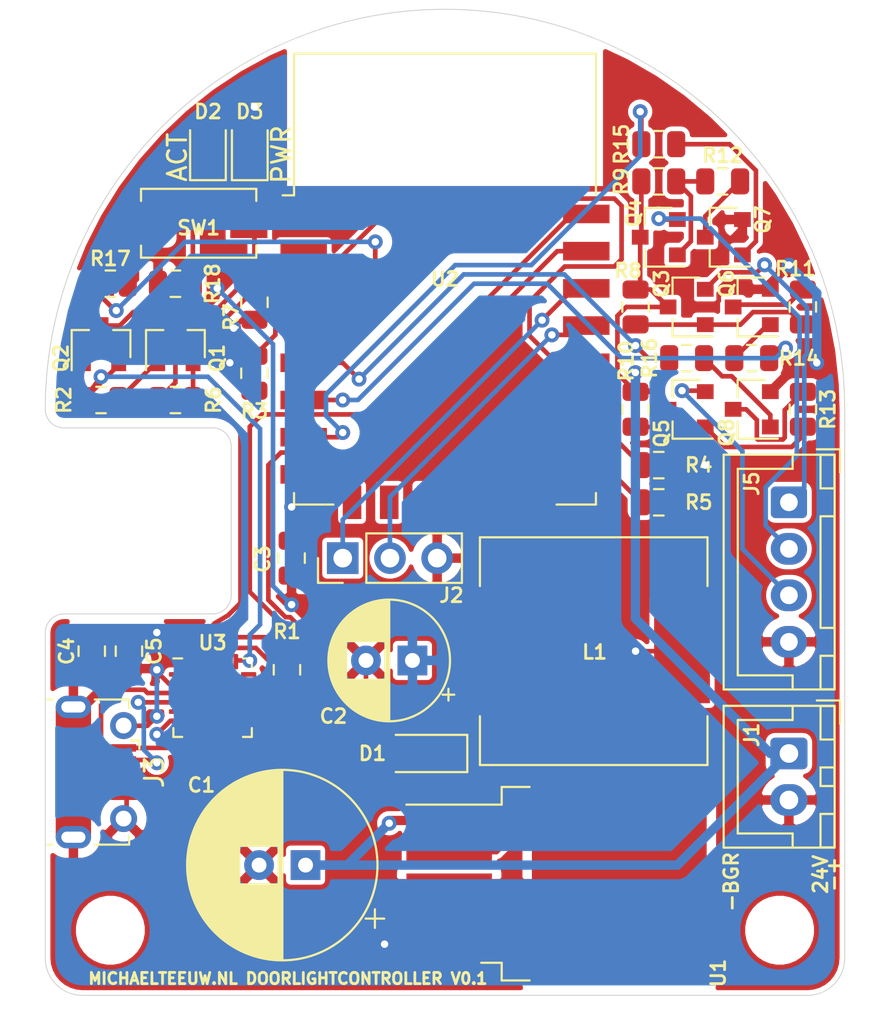
<source format=kicad_pcb>
(kicad_pcb (version 20171130) (host pcbnew "(5.1.6-0-10_14)")
  (layers (0 F.Cu signal) (31 B.Cu signal) (34 B.Paste user) (35 F.Paste user) (36 B.SilkS user) (37 F.SilkS user) (38 B.Mask user) (39 F.Mask user) (44 Edge.Cuts user))
  (net 0 "")
  (net 1 +24V)
  (net 2 GND)
  (net 3 +3V3)
  (net 4 "Net-(D1-Pad1)")
  (net 5 GPIO5)
  (net 6 GPIO4)
  (net 7 "Net-(J3-Pad2)")
  (net 8 VBUS)
  (net 9 "Net-(J3-Pad4)")
  (net 10 "Net-(J3-Pad3)")
  (net 11 TXD)
  (net 12 USB_RX)
  (net 13 RTS)
  (net 14 DTR)
  (net 15 LED_RED)
  (net 16 LED_GREEN)
  (net 17 LED_BLUE)
  (net 18 "Net-(Q1-Pad1)")
  (net 19 GPIO0)
  (net 20 "Net-(Q2-Pad1)")
  (net 21 ~RESET)
  (net 22 "Net-(Q3-Pad1)")
  (net 23 "Net-(Q4-Pad1)")
  (net 24 "Net-(Q5-Pad1)")
  (net 25 "Net-(Q6-Pad3)")
  (net 26 "Net-(Q6-Pad1)")
  (net 27 "Net-(Q7-Pad3)")
  (net 28 "Net-(Q7-Pad1)")
  (net 29 "Net-(Q8-Pad3)")
  (net 30 "Net-(Q8-Pad1)")
  (net 31 "Net-(R1-Pad1)")
  (net 32 CH_PD)
  (net 33 GPIO2)
  (net 34 GPIO15)
  (net 35 GPIO12)
  (net 36 GPIO13)
  (net 37 GPIO14)
  (net 38 GPIO16)
  (net 39 "Net-(U2-Pad9)")
  (net 40 "Net-(U2-Pad10)")
  (net 41 "Net-(U2-Pad11)")
  (net 42 "Net-(U2-Pad12)")
  (net 43 "Net-(U2-Pad13)")
  (net 44 "Net-(U2-Pad14)")
  (net 45 "Net-(U3-Pad1)")
  (net 46 "Net-(U3-Pad9)")
  (net 47 "Net-(U3-Pad10)")
  (net 48 "Net-(U3-Pad11)")
  (net 49 "Net-(U3-Pad12)")
  (net 50 "Net-(U3-Pad13)")
  (net 51 "Net-(U3-Pad14)")
  (net 52 "Net-(U3-Pad15)")
  (net 53 "Net-(U3-Pad16)")
  (net 54 "Net-(U3-Pad17)")
  (net 55 "Net-(U3-Pad18)")
  (net 56 "Net-(U3-Pad22)")
  (net 57 "Net-(U3-Pad24)")
  (net 58 "Net-(D2-Pad1)")
  (net 59 "Net-(D3-Pad1)")
  (net 60 "Net-(U2-Pad2)")
  (module Connector_USB:USB_Micro-B_Molex-105017-0001 (layer F.Cu) (at 191.25 94.5 270)
    (fp_text reference J3 (at 0 -3.1125 90) (layer F.SilkS))
    (fp_text value USB_B_Micro)
    (pad 6 smd rect (at -2.9 1.2375 270) (size 1.2 1.9) (layers F.Cu F.Mask) (net 2 GND))
    (pad 6 smd rect (at 2.9 1.2375 270) (size 1.2 1.9) (layers F.Cu F.Mask) (net 2 GND))
    (pad 6 thru_hole oval (at 3.5 1.2375 270) (size 1.2 1.9) (drill oval 0.6 1.3) (layers *.Cu *.Mask) (net 2 GND))
    (pad 6 thru_hole oval (at -3.5 1.2375 90) (size 1.2 1.9) (drill oval 0.6 1.3) (layers *.Cu *.Mask) (net 2 GND))
    (pad 6 smd rect (at -1 1.2375 270) (size 1.5 1.9) (layers F.Cu F.Paste F.Mask) (net 2 GND))
    (pad 6 thru_hole circle (at 2.5 -1.4625 270) (size 1.45 1.45) (drill 0.85) (layers *.Cu *.Mask) (net 2 GND))
    (pad 3 smd rect (at 0 -1.4625 270) (size 0.4 1.35) (layers F.Cu F.Paste F.Mask) (net 10 "Net-(J3-Pad3)"))
    (pad 4 smd rect (at 0.65 -1.4625 270) (size 0.4 1.35) (layers F.Cu F.Paste F.Mask) (net 9 "Net-(J3-Pad4)"))
    (pad 5 smd rect (at 1.3 -1.4625 270) (size 0.4 1.35) (layers F.Cu F.Paste F.Mask) (net 2 GND))
    (pad 1 smd rect (at -1.3 -1.4625 270) (size 0.4 1.35) (layers F.Cu F.Paste F.Mask) (net 8 VBUS))
    (pad 2 smd rect (at -0.65 -1.4625 270) (size 0.4 1.35) (layers F.Cu F.Paste F.Mask) (net 7 "Net-(J3-Pad2)"))
    (pad 6 thru_hole circle (at -2.5 -1.4625 270) (size 1.45 1.45) (drill 0.85) (layers *.Cu *.Mask) (net 2 GND))
    (pad 6 smd rect (at 1 1.2375 270) (size 1.5 1.9) (layers F.Cu F.Paste F.Mask) (net 2 GND))
  )
  (module Button_Switch_SMD:SW_SPST_EVQPE1 (layer F.Cu) (at 196.75 65 180)
    (fp_text reference SW1 (at 0 -0.25) (layer F.SilkS) (effects (font (size 0.75 0.75))))
    (fp_text value RESET)
    (pad 1 smd rect (at -2.7 0 180) (size 2 1.6) (layers F.Cu F.Paste F.Mask) (net 21 ~RESET))
    (pad 2 smd rect (at 2.7 0 180) (size 2 1.6) (layers F.Cu F.Paste F.Mask) (net 2 GND))
  )
  (module Resistor_SMD:R_0805_2012Metric (layer F.Cu) (at 195.5 68.25 180)
    (fp_text reference R18 (at -2 0 90) (layer F.SilkS) (effects (font (size 0.75 0.75))))
    (fp_text value 470)
    (pad 2 smd roundrect (at 0.9375 0 180) (size 0.975 1.4) (layers F.Cu F.Paste F.Mask) (net 2 GND))
    (pad 1 smd roundrect (at -0.9375 0 180) (size 0.975 1.4) (layers F.Cu F.Paste F.Mask) (net 59 "Net-(D3-Pad1)"))
  )
  (module Resistor_SMD:R_0805_2012Metric (layer F.Cu) (at 192 68.25 180)
    (fp_text reference R17 (at 0 1.35) (layer F.SilkS) (effects (font (size 0.75 0.75))))
    (fp_text value 470)
    (pad 1 smd roundrect (at -0.9375 0 180) (size 0.975 1.4) (layers F.Cu F.Paste F.Mask) (net 58 "Net-(D2-Pad1)"))
    (pad 2 smd roundrect (at 0.9375 0 180) (size 0.975 1.4) (layers F.Cu F.Paste F.Mask) (net 38 GPIO16))
  )
  (module Inductor_SMD:L_Pulse_PA4320 (layer F.Cu) (at 218 88)
    (fp_text reference L1 (at 0.05 0.05) (layer F.SilkS) (effects (font (size 0.75 0.75))))
    (fp_text value 33uH)
    (pad 2 smd rect (at 4.75 0 90) (size 5.6 3) (layers F.Cu F.Paste F.Mask) (net 3 +3V3))
    (pad 1 smd rect (at -4.75 0 90) (size 5.6 3) (layers F.Cu F.Paste F.Mask) (net 4 "Net-(D1-Pad1)"))
  )
  (module LED_SMD:LED_0805_2012Metric (layer F.Cu) (at 199.5 61 90)
    (fp_text reference D3 (at 2 0 180) (layer F.SilkS) (effects (font (size 0.75 0.75))))
    (fp_text value PWR (at -0.3 1.7 270) (layer F.SilkS))
    (pad 2 smd roundrect (at 0.9375 0 90) (size 0.975 1.4) (layers F.Cu F.Paste F.Mask) (net 3 +3V3))
    (pad 1 smd roundrect (at -0.9375 0 90) (size 0.975 1.4) (layers F.Cu F.Paste F.Mask) (net 59 "Net-(D3-Pad1)"))
  )
  (module LED_SMD:LED_0805_2012Metric (layer F.Cu) (at 197.25 61 90)
    (fp_text reference D2 (at 2 0 180) (layer F.SilkS) (effects (font (size 0.75 0.75))))
    (fp_text value ACT (at -0.45 -1.65 90) (layer F.SilkS))
    (pad 2 smd roundrect (at 0.9375 0 90) (size 0.975 1.4) (layers F.Cu F.Paste F.Mask) (net 3 +3V3))
    (pad 1 smd roundrect (at -0.9375 0 90) (size 0.975 1.4) (layers F.Cu F.Paste F.Mask) (net 58 "Net-(D2-Pad1)"))
  )
  (module Diode_SMD:D_SOD-123F (layer F.Cu) (at 209 93.5 180)
    (fp_text reference D1 (at 2.9 0) (layer F.SilkS) (effects (font (size 0.75 0.75))))
    (fp_text value SS34)
    (pad 2 smd rect (at 1.4 0 180) (size 1.1 1.1) (layers F.Cu F.Paste F.Mask) (net 2 GND))
    (pad 1 smd rect (at -1.4 0 180) (size 1.1 1.1) (layers F.Cu F.Paste F.Mask) (net 4 "Net-(D1-Pad1)"))
  )
  (module Capacitor_THT:CP_Radial_D6.3mm_P2.50mm (layer F.Cu) (at 208.25 88.5 180)
    (fp_text reference C2 (at 4.25 -3 180) (layer F.SilkS) (effects (font (size 0.75 0.75))))
    (fp_text value 220uF)
    (pad 2 thru_hole circle (at 2.5 0 180) (size 1.6 1.6) (drill 0.8) (layers *.Cu *.Mask) (net 2 GND))
    (pad 1 thru_hole rect (at 0 0 180) (size 1.6 1.6) (drill 0.8) (layers *.Cu *.Mask) (net 3 +3V3))
  )
  (module Capacitor_THT:CP_Radial_D10.0mm_P2.50mm (layer F.Cu) (at 202.5 99.5 180)
    (fp_text reference C1 (at 5.6 4.3) (layer F.SilkS) (effects (font (size 0.75 0.75))))
    (fp_text value 680uF)
    (pad 2 thru_hole circle (at 2.5 0 180) (size 1.6 1.6) (drill 0.8) (layers *.Cu *.Mask) (net 2 GND))
    (pad 1 thru_hole rect (at 0 0 180) (size 1.6 1.6) (drill 0.8) (layers *.Cu *.Mask) (net 1 +24V))
  )
  (module RF_Module:ESP-12E (layer F.Cu) (at 210 68)
    (fp_text reference U2 (at 0 0) (layer F.SilkS) (effects (font (size 0.75 0.75))))
    (fp_text value ESP-12E)
    (pad 1 smd rect (at -7.6 -3.5) (size 2.5 1) (layers F.Cu F.Paste F.Mask) (net 21 ~RESET))
    (pad 2 smd rect (at -7.6 -1.5) (size 2.5 1) (layers F.Cu F.Paste F.Mask) (net 60 "Net-(U2-Pad2)"))
    (pad 3 smd rect (at -7.6 0.5) (size 2.5 1) (layers F.Cu F.Paste F.Mask) (net 32 CH_PD))
    (pad 4 smd rect (at -7.6 2.5) (size 2.5 1) (layers F.Cu F.Paste F.Mask) (net 38 GPIO16))
    (pad 5 smd rect (at -7.6 4.5) (size 2.5 1) (layers F.Cu F.Paste F.Mask) (net 37 GPIO14))
    (pad 6 smd rect (at -7.6 6.5) (size 2.5 1) (layers F.Cu F.Paste F.Mask) (net 35 GPIO12))
    (pad 7 smd rect (at -7.6 8.5) (size 2.5 1) (layers F.Cu F.Paste F.Mask) (net 36 GPIO13))
    (pad 8 smd rect (at -7.6 10.5) (size 2.5 1) (layers F.Cu F.Paste F.Mask) (net 3 +3V3))
    (pad 9 smd rect (at -5 12) (size 1 1.8) (layers F.Cu F.Paste F.Mask) (net 39 "Net-(U2-Pad9)"))
    (pad 10 smd rect (at -3 12) (size 1 1.8) (layers F.Cu F.Paste F.Mask) (net 40 "Net-(U2-Pad10)"))
    (pad 11 smd rect (at -1 12) (size 1 1.8) (layers F.Cu F.Paste F.Mask) (net 41 "Net-(U2-Pad11)"))
    (pad 12 smd rect (at 1 12) (size 1 1.8) (layers F.Cu F.Paste F.Mask) (net 42 "Net-(U2-Pad12)"))
    (pad 13 smd rect (at 3 12) (size 1 1.8) (layers F.Cu F.Paste F.Mask) (net 43 "Net-(U2-Pad13)"))
    (pad 14 smd rect (at 5 12) (size 1 1.8) (layers F.Cu F.Paste F.Mask) (net 44 "Net-(U2-Pad14)"))
    (pad 15 smd rect (at 7.6 10.5) (size 2.5 1) (layers F.Cu F.Paste F.Mask) (net 2 GND))
    (pad 16 smd rect (at 7.6 8.5) (size 2.5 1) (layers F.Cu F.Paste F.Mask) (net 34 GPIO15))
    (pad 17 smd rect (at 7.6 6.5) (size 2.5 1) (layers F.Cu F.Paste F.Mask) (net 33 GPIO2))
    (pad 18 smd rect (at 7.6 4.5) (size 2.5 1) (layers F.Cu F.Paste F.Mask) (net 19 GPIO0))
    (pad 19 smd rect (at 7.6 2.5) (size 2.5 1) (layers F.Cu F.Paste F.Mask) (net 6 GPIO4))
    (pad 20 smd rect (at 7.6 0.5) (size 2.5 1) (layers F.Cu F.Paste F.Mask) (net 5 GPIO5))
    (pad 21 smd rect (at 7.6 -1.5) (size 2.5 1) (layers F.Cu F.Paste F.Mask) (net 31 "Net-(R1-Pad1)"))
    (pad 22 smd rect (at 7.6 -3.5) (size 2.5 1) (layers F.Cu F.Paste F.Mask) (net 11 TXD))
  )
  (module MountingHole:MountingHole_3.2mm_M3 (layer F.Cu) (at 228 103)
    (fp_text reference H2 (at 0 0) (layer F.SilkS) (effects (font (size 0.75 0.75))))
    (fp_text value MountingHole)
    (pad 1 np_thru_hole circle (at 0 0) (size 3.2 3.2) (drill 3.2) (layers *.Cu *.Mask))
  )
  (module MountingHole:MountingHole_3.2mm_M3 (layer F.Cu) (at 192 103)
    (fp_text reference H1 (at 0 0) (layer F.SilkS) (effects (font (size 0.75 0.75))))
    (fp_text value MountingHole)
    (pad 1 np_thru_hole circle (at 0 0) (size 3.2 3.2) (drill 3.2) (layers *.Cu *.Mask))
  )
  (module Capacitor_SMD:C_0805_2012Metric (layer F.Cu) (at 201.75 83 270)
    (fp_text reference C3 (at 0.05 1.55 270) (layer F.SilkS) (effects (font (size 0.75 0.75))))
    (fp_text value 0.1uF)
    (pad 2 smd roundrect (at 0.9375 0 270) (size 0.975 1.4) (layers F.Cu F.Paste F.Mask) (net 2 GND))
    (pad 1 smd roundrect (at -0.9375 0 270) (size 0.975 1.4) (layers F.Cu F.Paste F.Mask) (net 3 +3V3))
  )
  (module Capacitor_SMD:C_0805_2012Metric (layer F.Cu) (at 191 88 90)
    (fp_text reference C4 (at 0 -1.35 90) (layer F.SilkS) (effects (font (size 0.75 0.75))))
    (fp_text value 10uF)
    (pad 1 smd roundrect (at -0.9375 0 90) (size 0.975 1.4) (layers F.Cu F.Paste F.Mask) (net 3 +3V3))
    (pad 2 smd roundrect (at 0.9375 0 90) (size 0.975 1.4) (layers F.Cu F.Paste F.Mask) (net 2 GND))
  )
  (module Capacitor_SMD:C_0805_2012Metric (layer F.Cu) (at 193 88 270)
    (fp_text reference C5 (at 0 -1.35 90) (layer F.SilkS) (effects (font (size 0.75 0.75))))
    (fp_text value 0.1uF)
    (pad 2 smd roundrect (at 0.9375 0 270) (size 0.975 1.4) (layers F.Cu F.Paste F.Mask) (net 2 GND))
    (pad 1 smd roundrect (at -0.9375 0 270) (size 0.975 1.4) (layers F.Cu F.Paste F.Mask) (net 3 +3V3))
  )
  (module Connector_JST:JST_XH_B2B-XH-A_1x02_P2.50mm_Vertical (layer F.Cu) (at 228.5 93.5 270)
    (fp_text reference J1 (at -1 2 90) (layer F.SilkS) (effects (font (size 0.75 0.75))))
    (fp_text value POWER)
    (pad 1 thru_hole roundrect (at 0 0 270) (size 1.7 2) (drill 1) (layers *.Cu *.Mask) (roundrect_rratio 0.147059) (net 1 +24V))
    (pad 2 thru_hole oval (at 2.5 0 270) (size 1.7 2) (drill 1) (layers *.Cu *.Mask) (net 2 GND))
  )
  (module Connector_PinHeader_2.54mm:PinHeader_1x03_P2.54mm_Vertical (layer F.Cu) (at 204.5 83 90)
    (fp_text reference J2 (at -2 5.85 180) (layer F.SilkS) (effects (font (size 0.75 0.75))))
    (fp_text value AUX)
    (pad 1 thru_hole rect (at 0 0 90) (size 1.7 1.7) (drill 1) (layers *.Cu *.Mask) (net 5 GPIO5))
    (pad 2 thru_hole oval (at 0 2.54 90) (size 1.7 1.7) (drill 1) (layers *.Cu *.Mask) (net 6 GPIO4))
    (pad 3 thru_hole oval (at 0 5.08 90) (size 1.7 1.7) (drill 1) (layers *.Cu *.Mask) (net 2 GND))
  )
  (module Connector_JST:JST_XH_B4B-XH-A_1x04_P2.50mm_Vertical (layer F.Cu) (at 228.5 80 270)
    (fp_text reference J5 (at -1 2 90) (layer F.SilkS) (effects (font (size 0.75 0.75))))
    (fp_text value OUTPUT)
    (pad 1 thru_hole roundrect (at 0 0 270) (size 1.7 1.95) (drill 0.95) (layers *.Cu *.Mask) (roundrect_rratio 0.147059) (net 15 LED_RED))
    (pad 2 thru_hole oval (at 2.5 0 270) (size 1.7 1.95) (drill 0.95) (layers *.Cu *.Mask) (net 16 LED_GREEN))
    (pad 3 thru_hole oval (at 5 0 270) (size 1.7 1.95) (drill 0.95) (layers *.Cu *.Mask) (net 17 LED_BLUE))
    (pad 4 thru_hole oval (at 7.5 0 270) (size 1.7 1.95) (drill 0.95) (layers *.Cu *.Mask) (net 2 GND))
  )
  (module Package_TO_SOT_SMD:SOT-23 (layer F.Cu) (at 195.5 71.5 90)
    (fp_text reference Q1 (at -0.75 2.25 90) (layer F.SilkS) (effects (font (size 0.75 0.75))))
    (fp_text value MMBT2222)
    (pad 1 smd rect (at -1 -0.95 90) (size 0.9 0.8) (layers F.Cu F.Paste F.Mask) (net 18 "Net-(Q1-Pad1)"))
    (pad 2 smd rect (at -1 0.95 90) (size 0.9 0.8) (layers F.Cu F.Paste F.Mask) (net 14 DTR))
    (pad 3 smd rect (at 1 0 90) (size 0.9 0.8) (layers F.Cu F.Paste F.Mask) (net 19 GPIO0))
  )
  (module Package_TO_SOT_SMD:SOT-23 (layer F.Cu) (at 191.5 71.5 90)
    (fp_text reference Q2 (at -0.75 -2.15 270) (layer F.SilkS) (effects (font (size 0.75 0.75))))
    (fp_text value MMBT2222)
    (pad 1 smd rect (at -1 -0.95 90) (size 0.9 0.8) (layers F.Cu F.Paste F.Mask) (net 20 "Net-(Q2-Pad1)"))
    (pad 2 smd rect (at -1 0.95 90) (size 0.9 0.8) (layers F.Cu F.Paste F.Mask) (net 13 RTS))
    (pad 3 smd rect (at 1 0 90) (size 0.9 0.8) (layers F.Cu F.Paste F.Mask) (net 21 ~RESET))
  )
  (module Package_TO_SOT_SMD:SOT-23 (layer F.Cu) (at 223 69.5 180)
    (fp_text reference Q3 (at 1.35 1.25 90) (layer F.SilkS) (effects (font (size 0.75 0.75))))
    (fp_text value MMBT2907)
    (pad 1 smd rect (at -1 -0.95 180) (size 0.9 0.8) (layers F.Cu F.Paste F.Mask) (net 22 "Net-(Q3-Pad1)"))
    (pad 2 smd rect (at -1 0.95 180) (size 0.9 0.8) (layers F.Cu F.Paste F.Mask) (net 15 LED_RED))
    (pad 3 smd rect (at 1 0 180) (size 0.9 0.8) (layers F.Cu F.Paste F.Mask) (net 1 +24V))
  )
  (module Package_TO_SOT_SMD:SOT-23 (layer F.Cu) (at 221.5 65.75 180)
    (fp_text reference Q4 (at 1.35 1.3 90) (layer F.SilkS) (effects (font (size 0.75 0.75))))
    (fp_text value MMBT2907)
    (pad 3 smd rect (at 1 0 180) (size 0.9 0.8) (layers F.Cu F.Paste F.Mask) (net 1 +24V))
    (pad 2 smd rect (at -1 0.95 180) (size 0.9 0.8) (layers F.Cu F.Paste F.Mask) (net 16 LED_GREEN))
    (pad 1 smd rect (at -1 -0.95 180) (size 0.9 0.8) (layers F.Cu F.Paste F.Mask) (net 23 "Net-(Q4-Pad1)"))
  )
  (module Package_TO_SOT_SMD:SOT-23 (layer F.Cu) (at 223 75 180)
    (fp_text reference Q5 (at 1.35 -1.3 90) (layer F.SilkS) (effects (font (size 0.75 0.75))))
    (fp_text value MMBT2907)
    (pad 1 smd rect (at -1 -0.95 180) (size 0.9 0.8) (layers F.Cu F.Paste F.Mask) (net 24 "Net-(Q5-Pad1)"))
    (pad 2 smd rect (at -1 0.95 180) (size 0.9 0.8) (layers F.Cu F.Paste F.Mask) (net 17 LED_BLUE))
    (pad 3 smd rect (at 1 0 180) (size 0.9 0.8) (layers F.Cu F.Paste F.Mask) (net 1 +24V))
  )
  (module Package_TO_SOT_SMD:SOT-23 (layer F.Cu) (at 226.5 69.5 180)
    (fp_text reference Q6 (at 1.35 1.25 90) (layer F.SilkS) (effects (font (size 0.75 0.75))))
    (fp_text value MMBT2222)
    (pad 3 smd rect (at 1 0 180) (size 0.9 0.8) (layers F.Cu F.Paste F.Mask) (net 25 "Net-(Q6-Pad3)"))
    (pad 2 smd rect (at -1 0.95 180) (size 0.9 0.8) (layers F.Cu F.Paste F.Mask) (net 2 GND))
    (pad 1 smd rect (at -1 -0.95 180) (size 0.9 0.8) (layers F.Cu F.Paste F.Mask) (net 26 "Net-(Q6-Pad1)"))
  )
  (module Package_TO_SOT_SMD:SOT-23 (layer F.Cu) (at 225 65.75 180)
    (fp_text reference Q7 (at -2.1 0.95 90) (layer F.SilkS) (effects (font (size 0.75 0.75))))
    (fp_text value MMBT2222)
    (pad 3 smd rect (at 1 0 180) (size 0.9 0.8) (layers F.Cu F.Paste F.Mask) (net 27 "Net-(Q7-Pad3)"))
    (pad 2 smd rect (at -1 0.95 180) (size 0.9 0.8) (layers F.Cu F.Paste F.Mask) (net 2 GND))
    (pad 1 smd rect (at -1 -0.95 180) (size 0.9 0.8) (layers F.Cu F.Paste F.Mask) (net 28 "Net-(Q7-Pad1)"))
  )
  (module Package_TO_SOT_SMD:SOT-23 (layer F.Cu) (at 226.5 75 180)
    (fp_text reference Q8 (at 1.35 -1.25 90) (layer F.SilkS) (effects (font (size 0.75 0.75))))
    (fp_text value MMBT2222)
    (pad 3 smd rect (at 1 0 180) (size 0.9 0.8) (layers F.Cu F.Paste F.Mask) (net 29 "Net-(Q8-Pad3)"))
    (pad 2 smd rect (at -1 0.95 180) (size 0.9 0.8) (layers F.Cu F.Paste F.Mask) (net 2 GND))
    (pad 1 smd rect (at -1 -0.95 180) (size 0.9 0.8) (layers F.Cu F.Paste F.Mask) (net 30 "Net-(Q8-Pad1)"))
  )
  (module Resistor_SMD:R_0805_2012Metric (layer F.Cu) (at 201.5 89 90)
    (fp_text reference R1 (at 2.05 0 180) (layer F.SilkS) (effects (font (size 0.75 0.75))))
    (fp_text value 1K)
    (pad 2 smd roundrect (at 0.9375 0 90) (size 0.975 1.4) (layers F.Cu F.Paste F.Mask) (net 12 USB_RX))
    (pad 1 smd roundrect (at -0.9375 0 90) (size 0.975 1.4) (layers F.Cu F.Paste F.Mask) (net 31 "Net-(R1-Pad1)"))
  )
  (module Resistor_SMD:R_0805_2012Metric (layer F.Cu) (at 191.5 74.5)
    (fp_text reference R2 (at -2 0 90) (layer F.SilkS) (effects (font (size 0.75 0.75))))
    (fp_text value 10K)
    (pad 2 smd roundrect (at 0.9375 0) (size 0.975 1.4) (layers F.Cu F.Paste F.Mask) (net 18 "Net-(Q1-Pad1)"))
    (pad 1 smd roundrect (at -0.9375 0) (size 0.975 1.4) (layers F.Cu F.Paste F.Mask) (net 13 RTS))
  )
  (module Resistor_SMD:R_0805_2012Metric (layer F.Cu) (at 199.75 73.0625 270)
    (fp_text reference R3 (at 2.0375 0 180) (layer F.SilkS) (effects (font (size 0.75 0.75))))
    (fp_text value 10K)
    (pad 1 smd roundrect (at -0.9375 0 270) (size 0.975 1.4) (layers F.Cu F.Paste F.Mask) (net 32 CH_PD))
    (pad 2 smd roundrect (at 0.9375 0 270) (size 0.975 1.4) (layers F.Cu F.Paste F.Mask) (net 3 +3V3))
  )
  (module Resistor_SMD:R_0805_2012Metric (layer F.Cu) (at 221.5 78)
    (fp_text reference R4 (at 2.15 0) (layer F.SilkS) (effects (font (size 0.75 0.75))))
    (fp_text value 10K)
    (pad 2 smd roundrect (at 0.9375 0) (size 0.975 1.4) (layers F.Cu F.Paste F.Mask) (net 3 +3V3))
    (pad 1 smd roundrect (at -0.9375 0) (size 0.975 1.4) (layers F.Cu F.Paste F.Mask) (net 33 GPIO2))
  )
  (module Resistor_SMD:R_0805_2012Metric (layer F.Cu) (at 221.5 80 180)
    (fp_text reference R5 (at -2.15 0) (layer F.SilkS) (effects (font (size 0.75 0.75))))
    (fp_text value 4.7K)
    (pad 1 smd roundrect (at -0.9375 0 180) (size 0.975 1.4) (layers F.Cu F.Paste F.Mask) (net 2 GND))
    (pad 2 smd roundrect (at 0.9375 0 180) (size 0.975 1.4) (layers F.Cu F.Paste F.Mask) (net 34 GPIO15))
  )
  (module Resistor_SMD:R_0805_2012Metric (layer F.Cu) (at 195.5 74.5 180)
    (fp_text reference R6 (at -2.05 0 90) (layer F.SilkS) (effects (font (size 0.75 0.75))))
    (fp_text value 10K)
    (pad 1 smd roundrect (at -0.9375 0 180) (size 0.975 1.4) (layers F.Cu F.Paste F.Mask) (net 14 DTR))
    (pad 2 smd roundrect (at 0.9375 0 180) (size 0.975 1.4) (layers F.Cu F.Paste F.Mask) (net 20 "Net-(Q2-Pad1)"))
  )
  (module Resistor_SMD:R_0805_2012Metric (layer F.Cu) (at 199.75 69.25 90)
    (fp_text reference R7 (at -0.8 -1.25 90) (layer F.SilkS) (effects (font (size 0.75 0.75))))
    (fp_text value 10K)
    (pad 2 smd roundrect (at 0.9375 0 90) (size 0.975 1.4) (layers F.Cu F.Paste F.Mask) (net 21 ~RESET))
    (pad 1 smd roundrect (at -0.9375 0 90) (size 0.975 1.4) (layers F.Cu F.Paste F.Mask) (net 3 +3V3))
  )
  (module Resistor_SMD:R_0805_2012Metric (layer F.Cu) (at 220.25 69.5 270)
    (fp_text reference R8 (at -1.95 0.4) (layer F.SilkS) (effects (font (size 0.75 0.75))))
    (fp_text value 20K)
    (pad 1 smd roundrect (at -0.9375 0 270) (size 0.975 1.4) (layers F.Cu F.Paste F.Mask) (net 1 +24V))
    (pad 2 smd roundrect (at 0.9375 0 270) (size 0.975 1.4) (layers F.Cu F.Paste F.Mask) (net 22 "Net-(Q3-Pad1)"))
  )
  (module Resistor_SMD:R_0805_2012Metric (layer F.Cu) (at 221.5 62.75)
    (fp_text reference R9 (at -2 0 90) (layer F.SilkS) (effects (font (size 0.75 0.75))))
    (fp_text value 20K)
    (pad 2 smd roundrect (at 0.9375 0) (size 0.975 1.4) (layers F.Cu F.Paste F.Mask) (net 23 "Net-(Q4-Pad1)"))
    (pad 1 smd roundrect (at -0.9375 0) (size 0.975 1.4) (layers F.Cu F.Paste F.Mask) (net 1 +24V))
  )
  (module Resistor_SMD:R_0805_2012Metric (layer F.Cu) (at 220.25 75 270)
    (fp_text reference R10 (at -2.6 0.5 90) (layer F.SilkS) (effects (font (size 0.75 0.75))))
    (fp_text value 20K)
    (pad 1 smd roundrect (at -0.9375 0 270) (size 0.975 1.4) (layers F.Cu F.Paste F.Mask) (net 1 +24V))
    (pad 2 smd roundrect (at 0.9375 0 270) (size 0.975 1.4) (layers F.Cu F.Paste F.Mask) (net 24 "Net-(Q5-Pad1)"))
  )
  (module Resistor_SMD:R_0805_2012Metric (layer F.Cu) (at 229.25 69.5 90)
    (fp_text reference R11 (at 2.05 -0.4 180) (layer F.SilkS) (effects (font (size 0.75 0.75))))
    (fp_text value 5K)
    (pad 2 smd roundrect (at 0.9375 0 90) (size 0.975 1.4) (layers F.Cu F.Paste F.Mask) (net 25 "Net-(Q6-Pad3)"))
    (pad 1 smd roundrect (at -0.9375 0 90) (size 0.975 1.4) (layers F.Cu F.Paste F.Mask) (net 22 "Net-(Q3-Pad1)"))
  )
  (module Resistor_SMD:R_0805_2012Metric (layer F.Cu) (at 224.9375 62.75)
    (fp_text reference R12 (at 0 -1.4) (layer F.SilkS) (effects (font (size 0.75 0.75))))
    (fp_text value 5K)
    (pad 1 smd roundrect (at -0.9375 0) (size 0.975 1.4) (layers F.Cu F.Paste F.Mask) (net 23 "Net-(Q4-Pad1)"))
    (pad 2 smd roundrect (at 0.9375 0) (size 0.975 1.4) (layers F.Cu F.Paste F.Mask) (net 27 "Net-(Q7-Pad3)"))
  )
  (module Resistor_SMD:R_0805_2012Metric (layer F.Cu) (at 229.25 75 90)
    (fp_text reference R13 (at 0 1.35 90) (layer F.SilkS) (effects (font (size 0.75 0.75))))
    (fp_text value 5K)
    (pad 2 smd roundrect (at 0.9375 0 90) (size 0.975 1.4) (layers F.Cu F.Paste F.Mask) (net 29 "Net-(Q8-Pad3)"))
    (pad 1 smd roundrect (at -0.9375 0 90) (size 0.975 1.4) (layers F.Cu F.Paste F.Mask) (net 24 "Net-(Q5-Pad1)"))
  )
  (module Resistor_SMD:R_0805_2012Metric (layer F.Cu) (at 226.5 72.25 180)
    (fp_text reference R14 (at -2.55 0 180) (layer F.SilkS) (effects (font (size 0.75 0.75))))
    (fp_text value 1K)
    (pad 2 smd roundrect (at 0.9375 0 180) (size 0.975 1.4) (layers F.Cu F.Paste F.Mask) (net 26 "Net-(Q6-Pad1)"))
    (pad 1 smd roundrect (at -0.9375 0 180) (size 0.975 1.4) (layers F.Cu F.Paste F.Mask) (net 35 GPIO12))
  )
  (module Resistor_SMD:R_0805_2012Metric (layer F.Cu) (at 221.5 60.75)
    (fp_text reference R15 (at -2 0 90) (layer F.SilkS) (effects (font (size 0.75 0.75))))
    (fp_text value 1K)
    (pad 1 smd roundrect (at -0.9375 0) (size 0.975 1.4) (layers F.Cu F.Paste F.Mask) (net 36 GPIO13))
    (pad 2 smd roundrect (at 0.9375 0) (size 0.975 1.4) (layers F.Cu F.Paste F.Mask) (net 28 "Net-(Q7-Pad1)"))
  )
  (module Resistor_SMD:R_0805_2012Metric (layer F.Cu) (at 223 72.25)
    (fp_text reference R16 (at -2 0 90) (layer F.SilkS) (effects (font (size 0.75 0.75))))
    (fp_text value 1K)
    (pad 1 smd roundrect (at -0.9375 0) (size 0.975 1.4) (layers F.Cu F.Paste F.Mask) (net 37 GPIO14))
    (pad 2 smd roundrect (at 0.9375 0) (size 0.975 1.4) (layers F.Cu F.Paste F.Mask) (net 30 "Net-(Q8-Pad1)"))
  )
  (module Package_TO_SOT_SMD:TO-263-5_TabPin3 (layer F.Cu) (at 216 100.5)
    (fp_text reference U1 (at 8.7 4.8 90) (layer F.SilkS) (effects (font (size 0.75 0.75))))
    (fp_text value LM2596S-3.3)
    (pad 1 smd rect (at -5.775 -3.4) (size 4.6 1.1) (layers F.Cu F.Paste F.Mask) (net 1 +24V))
    (pad 2 smd rect (at -5.775 -1.7) (size 4.6 1.1) (layers F.Cu F.Paste F.Mask) (net 4 "Net-(D1-Pad1)"))
    (pad 3 smd rect (at -5.775 0) (size 4.6 1.1) (layers F.Cu F.Paste F.Mask) (net 2 GND))
    (pad 4 smd rect (at -5.775 1.7) (size 4.6 1.1) (layers F.Cu F.Paste F.Mask) (net 3 +3V3))
    (pad 5 smd rect (at -5.775 3.4) (size 4.6 1.1) (layers F.Cu F.Paste F.Mask) (net 2 GND))
    (pad 3 smd rect (at 3.375 0) (size 9.4 10.8) (layers F.Cu F.Mask) (net 2 GND))
  )
  (module Package_DFN_QFN:QFN-24-1EP_4x4mm_P0.5mm_EP2.6x2.6mm (layer F.Cu) (at 197.5 90.5)
    (fp_text reference U3 (at 0 -2.95) (layer F.SilkS) (effects (font (size 0.75 0.75))))
    (fp_text value CP2104)
    (pad 1 smd roundrect (at -1.9375 -1.25) (size 0.825 0.25) (layers F.Cu F.Paste F.Mask) (net 45 "Net-(U3-Pad1)"))
    (pad 2 smd roundrect (at -1.9375 -0.75) (size 0.825 0.25) (layers F.Cu F.Paste F.Mask) (net 2 GND))
    (pad 3 smd roundrect (at -1.9375 -0.25) (size 0.825 0.25) (layers F.Cu F.Paste F.Mask) (net 10 "Net-(J3-Pad3)"))
    (pad 4 smd roundrect (at -1.9375 0.25) (size 0.825 0.25) (layers F.Cu F.Paste F.Mask) (net 7 "Net-(J3-Pad2)"))
    (pad 5 smd roundrect (at -1.9375 0.75) (size 0.825 0.25) (layers F.Cu F.Paste F.Mask) (net 3 +3V3))
    (pad 6 smd roundrect (at -1.9375 1.25) (size 0.825 0.25) (layers F.Cu F.Paste F.Mask) (net 3 +3V3))
    (pad 7 smd roundrect (at -1.25 1.9375) (size 0.25 0.825) (layers F.Cu F.Paste F.Mask) (net 3 +3V3))
    (pad 8 smd roundrect (at -0.75 1.9375) (size 0.25 0.825) (layers F.Cu F.Paste F.Mask) (net 8 VBUS))
    (pad 9 smd roundrect (at -0.25 1.9375) (size 0.25 0.825) (layers F.Cu F.Paste F.Mask) (net 46 "Net-(U3-Pad9)"))
    (pad 10 smd roundrect (at 0.25 1.9375) (size 0.25 0.825) (layers F.Cu F.Paste F.Mask) (net 47 "Net-(U3-Pad10)"))
    (pad 11 smd roundrect (at 0.75 1.9375) (size 0.25 0.825) (layers F.Cu F.Paste F.Mask) (net 48 "Net-(U3-Pad11)"))
    (pad 12 smd roundrect (at 1.25 1.9375) (size 0.25 0.825) (layers F.Cu F.Paste F.Mask) (net 49 "Net-(U3-Pad12)"))
    (pad 13 smd roundrect (at 1.9375 1.25) (size 0.825 0.25) (layers F.Cu F.Paste F.Mask) (net 50 "Net-(U3-Pad13)"))
    (pad 14 smd roundrect (at 1.9375 0.75) (size 0.825 0.25) (layers F.Cu F.Paste F.Mask) (net 51 "Net-(U3-Pad14)"))
    (pad 15 smd roundrect (at 1.9375 0.25) (size 0.825 0.25) (layers F.Cu F.Paste F.Mask) (net 52 "Net-(U3-Pad15)"))
    (pad 16 smd roundrect (at 1.9375 -0.25) (size 0.825 0.25) (layers F.Cu F.Paste F.Mask) (net 53 "Net-(U3-Pad16)"))
    (pad 17 smd roundrect (at 1.9375 -0.75) (size 0.825 0.25) (layers F.Cu F.Paste F.Mask) (net 54 "Net-(U3-Pad17)"))
    (pad 18 smd roundrect (at 1.9375 -1.25) (size 0.825 0.25) (layers F.Cu F.Paste F.Mask) (net 55 "Net-(U3-Pad18)"))
    (pad 19 smd roundrect (at 1.25 -1.9375) (size 0.25 0.825) (layers F.Cu F.Paste F.Mask) (net 13 RTS))
    (pad 20 smd roundrect (at 0.75 -1.9375) (size 0.25 0.825) (layers F.Cu F.Paste F.Mask) (net 11 TXD))
    (pad 21 smd roundrect (at 0.25 -1.9375) (size 0.25 0.825) (layers F.Cu F.Paste F.Mask) (net 12 USB_RX))
    (pad 22 smd roundrect (at -0.25 -1.9375) (size 0.25 0.825) (layers F.Cu F.Paste F.Mask) (net 56 "Net-(U3-Pad22)"))
    (pad 23 smd roundrect (at -0.75 -1.9375) (size 0.25 0.825) (layers F.Cu F.Paste F.Mask) (net 14 DTR))
    (pad 24 smd roundrect (at -1.25 -1.9375) (size 0.25 0.825) (layers F.Cu F.Paste F.Mask) (net 57 "Net-(U3-Pad24)"))
    (pad 25 smd rect (at 0 0) (size 2.6 2.6) (layers F.Cu F.Mask) (net 2 GND))
  )
  (gr_text -BGR (at 225.4 100.4 90) (layer F.SilkS) (effects (font (size 0.75 0.75))))
  (gr_text 24V (at 230.2 100 90) (layer F.SilkS) (effects (font (size 0.75 0.75))))
  (gr_text -+ (at 230.9 100 90) (layer F.SilkS) (effects (font (size 0.75 0.75))))
  (gr_text "MICHAELTEEUW.NL DOORLIGHTCONTROLLER V0.1" (at 201.55 105.6) (layer F.SilkS) (effects (font (size 0.6 0.6))))
  (gr_line (start 197.5 86) (end 189.5 86) (layer Edge.Cuts) (width 0.05))
  (gr_line (start 197.5 76) (end 189.5 76) (layer Edge.Cuts) (width 0.05))
  (gr_line (start 198.5 85) (end 198.5 77) (layer Edge.Cuts) (width 0.05))
  (gr_arc (start 197.5 77) (end 198.5 77) (angle -90) (layer Edge.Cuts) (width 0.05))
  (gr_arc (start 197.5 85) (end 197.5 86) (angle -90) (layer Edge.Cuts) (width 0.05))
  (gr_arc (start 189.5 75) (end 188.5 75) (angle -90) (layer Edge.Cuts) (width 0.05))
  (gr_arc (start 189.5 87) (end 189.5 86) (angle -90) (layer Edge.Cuts) (width 0.05))
  (gr_arc (start 190.5 104.5) (end 188.5 104.5) (angle -90) (layer Edge.Cuts) (width 0.05))
  (gr_line (start 190.5 106.5) (end 229.5 106.5) (layer Edge.Cuts) (width 0.05))
  (gr_line (start 231.5 104.5) (end 231.5 75) (layer Edge.Cuts) (width 0.05))
  (gr_arc (start 210 75) (end 231.5 75) (angle -180) (layer Edge.Cuts) (width 0.05))
  (gr_line (start 188.5 87) (end 188.5 104.5) (layer Edge.Cuts) (width 0.05))
  (gr_arc (start 229.5 104.5) (end 229.5 106.5) (angle -90) (layer Edge.Cuts) (width 0.05))
  (segment (start 220.5625 65.6875) (end 220.5 65.75) (width 0.25) (layer F.Cu) (net 1))
  (segment (start 220.5625 62.75) (end 220.5625 65.6875) (width 0.25) (layer F.Cu) (net 1))
  (segment (start 220.5 68.3125) (end 220.25 68.5625) (width 0.25) (layer F.Cu) (net 1))
  (segment (start 220.5 65.75) (end 220.5 68.3125) (width 0.25) (layer F.Cu) (net 1))
  (segment (start 221.0625 68.5625) (end 222 69.5) (width 0.25) (layer F.Cu) (net 1))
  (segment (start 220.25 68.5625) (end 221.0625 68.5625) (width 0.25) (layer F.Cu) (net 1))
  (segment (start 219.27499 69.97887) (end 219.27499 73.08749) (width 0.25) (layer F.Cu) (net 1))
  (segment (start 219.27499 73.08749) (end 220.25 74.0625) (width 0.25) (layer F.Cu) (net 1))
  (segment (start 219.75386 69.5) (end 219.27499 69.97887) (width 0.25) (layer F.Cu) (net 1))
  (segment (start 222 69.5) (end 219.75386 69.5) (width 0.25) (layer F.Cu) (net 1))
  (segment (start 222 75) (end 221 74) (width 0.25) (layer F.Cu) (net 1))
  (segment (start 220.9375 74.0625) (end 220.25 74.0625) (width 0.25) (layer F.Cu) (net 1))
  (segment (start 221 74) (end 220.9375 74.0625) (width 0.25) (layer F.Cu) (net 1))
  (via (at 207 97.25) (size 0.8) (drill 0.4) (layers F.Cu B.Cu) (net 1))
  (segment (start 207.15 97.1) (end 207 97.25) (width 0.5) (layer F.Cu) (net 1))
  (segment (start 210.225 97.1) (end 207.15 97.1) (width 0.5) (layer F.Cu) (net 1))
  (segment (start 204.75 99.5) (end 202.5 99.5) (width 0.5) (layer B.Cu) (net 1))
  (segment (start 207 97.25) (end 204.75 99.5) (width 0.5) (layer B.Cu) (net 1))
  (segment (start 222.5 99.5) (end 228.5 93.5) (width 0.5) (layer B.Cu) (net 1))
  (segment (start 202.5 99.5) (end 222.5 99.5) (width 0.5) (layer B.Cu) (net 1))
  (segment (start 228.5 93.5) (end 227.5 93.5) (width 0.5) (layer B.Cu) (net 1))
  (segment (start 227.5 93.5) (end 220.242631 86.242631) (width 0.5) (layer B.Cu) (net 1))
  (segment (start 220.25 74.0625) (end 220.25 73.03239) (width 0.5) (layer F.Cu) (net 1))
  (segment (start 220.242631 86.242631) (end 220.242631 73.025021) (width 0.5) (layer B.Cu) (net 1))
  (via (at 220.242631 73.025021) (size 0.8) (drill 0.4) (layers F.Cu B.Cu) (net 1))
  (segment (start 220.25 73.03239) (end 220.242631 73.025021) (width 0.5) (layer F.Cu) (net 1))
  (segment (start 196.75 89.75) (end 195.5625 89.75) (width 0.25) (layer F.Cu) (net 2))
  (segment (start 197.5 90.5) (end 196.75 89.75) (width 0.25) (layer F.Cu) (net 2))
  (segment (start 190.547916 91) (end 190.2625 91) (width 0.5) (layer F.Cu) (net 2))
  (segment (start 192.610416 88.9375) (end 190.547916 91) (width 0.5) (layer F.Cu) (net 2))
  (segment (start 193 88.9375) (end 192.610416 88.9375) (width 0.5) (layer F.Cu) (net 2))
  (segment (start 190.2625 91.6) (end 190.2625 91) (width 0.5) (layer F.Cu) (net 2))
  (segment (start 189.9375 87.0625) (end 189.5 87.5) (width 0.5) (layer F.Cu) (net 2))
  (segment (start 191 87.0625) (end 189.9375 87.0625) (width 0.5) (layer F.Cu) (net 2))
  (segment (start 207.6 93.5) (end 207.75 93.5) (width 0.25) (layer F.Cu) (net 2))
  (segment (start 205.75 91.65) (end 207.6 93.5) (width 0.25) (layer F.Cu) (net 2))
  (segment (start 205.75 88.5) (end 205.75 91.65) (width 0.25) (layer F.Cu) (net 2))
  (segment (start 194.5625 65.5125) (end 194.05 65) (width 0.25) (layer F.Cu) (net 2))
  (segment (start 194.5625 68.5) (end 194.5625 65.5125) (width 0.25) (layer F.Cu) (net 2))
  (segment (start 224.725001 69.170001) (end 224.395002 69.5) (width 0.25) (layer F.Cu) (net 2))
  (segment (start 224.725001 68.774999) (end 224.725001 69.170001) (width 0.25) (layer F.Cu) (net 2))
  (segment (start 224.95 68.55) (end 224.725001 68.774999) (width 0.25) (layer F.Cu) (net 2))
  (segment (start 227.5 68.55) (end 224.95 68.55) (width 0.25) (layer F.Cu) (net 2))
  (segment (start 226 65.204998) (end 226 64.8) (width 0.25) (layer F.Cu) (net 2))
  (segment (start 223.274999 67.929999) (end 226 65.204998) (width 0.25) (layer F.Cu) (net 2))
  (segment (start 223.274999 69.170001) (end 223.274999 67.929999) (width 0.25) (layer F.Cu) (net 2))
  (segment (start 223.604998 69.5) (end 223.274999 69.170001) (width 0.25) (layer F.Cu) (net 2))
  (segment (start 224.395002 69.5) (end 223.604998 69.5) (width 0.25) (layer F.Cu) (net 2))
  (segment (start 228.55 73) (end 229 73) (width 0.5) (layer F.Cu) (net 2))
  (segment (start 227.5 74.05) (end 228.55 73) (width 0.5) (layer F.Cu) (net 2))
  (via (at 228.5 67.25) (size 0.8) (drill 0.4) (layers F.Cu B.Cu) (net 2))
  (segment (start 227.5 68.25) (end 228.5 67.25) (width 0.5) (layer F.Cu) (net 2))
  (segment (start 227.5 68.55) (end 227.5 68.25) (width 0.5) (layer F.Cu) (net 2))
  (via (at 230 72.5) (size 0.8) (drill 0.4) (layers F.Cu B.Cu) (net 2))
  (segment (start 230 68.75) (end 230 72.5) (width 0.5) (layer B.Cu) (net 2))
  (segment (start 228.5 67.25) (end 230 68.75) (width 0.5) (layer B.Cu) (net 2))
  (segment (start 194.5625 68.25) (end 194.5625 68.3125) (width 0.25) (layer F.Cu) (net 2))
  (segment (start 194.5625 68.3125) (end 195.624988 69.374988) (width 0.25) (layer F.Cu) (net 2))
  (segment (start 196.28569 69.374988) (end 196.410702 69.5) (width 0.25) (layer F.Cu) (net 2))
  (segment (start 195.624988 69.374988) (end 196.28569 69.374988) (width 0.25) (layer F.Cu) (net 2))
  (segment (start 196.410702 69.5) (end 197.25 69.5) (width 0.25) (layer F.Cu) (net 2))
  (segment (start 197.25 69.5) (end 197.75 69) (width 0.25) (layer F.Cu) (net 2))
  (via (at 197.75 68.5) (size 0.8) (drill 0.4) (layers F.Cu B.Cu) (net 2))
  (segment (start 197.75 69) (end 197.75 68.5) (width 0.25) (layer F.Cu) (net 2))
  (segment (start 200.75 71.5) (end 200.75 84.499996) (width 0.25) (layer B.Cu) (net 2))
  (via (at 201.75 85.499996) (size 0.8) (drill 0.4) (layers F.Cu B.Cu) (net 2))
  (segment (start 205.75 88.5) (end 202.749996 85.499996) (width 0.25) (layer F.Cu) (net 2))
  (segment (start 202.749996 85.499996) (end 201.75 85.499996) (width 0.25) (layer F.Cu) (net 2))
  (segment (start 197.75 68.5) (end 200.75 71.5) (width 0.25) (layer B.Cu) (net 2))
  (segment (start 200.75 84.499996) (end 201.75 85.499996) (width 0.25) (layer B.Cu) (net 2))
  (segment (start 193.9875 92.0125) (end 194.5 91.5) (width 0.25) (layer F.Cu) (net 2))
  (via (at 194.5 91.5) (size 0.8) (drill 0.4) (layers F.Cu B.Cu) (net 2))
  (segment (start 192.875 92.0125) (end 193.9875 92.0125) (width 0.25) (layer F.Cu) (net 2))
  (via (at 194.5 89) (size 0.8) (drill 0.4) (layers F.Cu B.Cu) (net 2))
  (segment (start 194.5 91.5) (end 194.5 89) (width 0.25) (layer B.Cu) (net 2))
  (segment (start 193.0625 89) (end 193 88.9375) (width 0.25) (layer F.Cu) (net 2))
  (segment (start 194.5 89) (end 193.0625 89) (width 0.25) (layer F.Cu) (net 2))
  (segment (start 192.875 95.885) (end 192.96 95.8) (width 0.25) (layer F.Cu) (net 2))
  (segment (start 192.875 96.9875) (end 192.875 95.885) (width 0.25) (layer F.Cu) (net 2))
  (segment (start 195.5625 89.75) (end 195.15 89.75) (width 0.25) (layer F.Cu) (net 2))
  (segment (start 195.15 89.75) (end 194.3375 88.9375) (width 0.25) (layer F.Cu) (net 2))
  (segment (start 194.3375 88.9375) (end 193 88.9375) (width 0.25) (layer F.Cu) (net 2))
  (segment (start 192.875 87.0625) (end 193 87.0625) (width 0.25) (layer F.Cu) (net 3))
  (segment (start 191 88.9375) (end 192.875 87.0625) (width 0.25) (layer F.Cu) (net 3))
  (via (at 224 78) (size 0.8) (drill 0.4) (layers F.Cu B.Cu) (net 3))
  (segment (start 222.4375 78) (end 224 78) (width 0.25) (layer F.Cu) (net 3))
  (via (at 194.5 92.47499) (size 0.8) (drill 0.4) (layers F.Cu B.Cu) (net 3))
  (via (at 194.5 87) (size 0.8) (drill 0.4) (layers F.Cu B.Cu) (net 3))
  (segment (start 194.4375 87.0625) (end 194.5 87) (width 0.25) (layer F.Cu) (net 3))
  (segment (start 193 87.0625) (end 194.4375 87.0625) (width 0.25) (layer F.Cu) (net 3))
  (segment (start 196.25 92.4375) (end 195.5625 91.75) (width 0.25) (layer F.Cu) (net 3))
  (segment (start 195.5625 91.75) (end 195.5625 91.25) (width 0.25) (layer F.Cu) (net 3))
  (segment (start 195.22499 91.75) (end 194.5 92.47499) (width 0.25) (layer F.Cu) (net 3))
  (segment (start 195.5625 91.75) (end 195.22499 91.75) (width 0.25) (layer F.Cu) (net 3))
  (via (at 206.75 103.75) (size 0.8) (drill 0.4) (layers F.Cu B.Cu) (net 3))
  (segment (start 206.75 103.125) (end 206.75 103.75) (width 0.25) (layer F.Cu) (net 3))
  (segment (start 207.675 102.2) (end 206.75 103.125) (width 0.25) (layer F.Cu) (net 3))
  (segment (start 210.225 102.2) (end 207.675 102.2) (width 0.25) (layer F.Cu) (net 3))
  (segment (start 199.75 60.0625) (end 197.5 60.0625) (width 0.25) (layer F.Cu) (net 3))
  (via (at 199.75 58.75) (size 0.8) (drill 0.4) (layers F.Cu B.Cu) (net 3))
  (segment (start 199.75 60.0625) (end 199.75 58.75) (width 0.25) (layer F.Cu) (net 3))
  (via (at 220.25 88) (size 0.8) (drill 0.4) (layers F.Cu B.Cu) (net 3))
  (segment (start 222.75 88) (end 220.25 88) (width 0.25) (layer F.Cu) (net 3))
  (segment (start 201.75 79.15) (end 202.4 78.5) (width 0.25) (layer F.Cu) (net 3))
  (segment (start 201.75 82.0625) (end 201.75 80.25) (width 0.25) (layer F.Cu) (net 3))
  (via (at 201.75 80.25) (size 0.8) (drill 0.4) (layers F.Cu B.Cu) (net 3))
  (segment (start 201.75 80.25) (end 201.75 79.15) (width 0.25) (layer F.Cu) (net 3))
  (via (at 198.635155 70.635155) (size 0.8) (drill 0.4) (layers F.Cu B.Cu) (net 3))
  (segment (start 199.75 70.1875) (end 199.08281 70.1875) (width 0.25) (layer F.Cu) (net 3))
  (segment (start 199.08281 70.1875) (end 198.635155 70.635155) (width 0.25) (layer F.Cu) (net 3))
  (via (at 198.42501 72.500006) (size 0.8) (drill 0.4) (layers F.Cu B.Cu) (net 3))
  (segment (start 199.75 74) (end 198.42501 72.67501) (width 0.25) (layer F.Cu) (net 3))
  (segment (start 198.42501 72.67501) (end 198.42501 72.500006) (width 0.25) (layer F.Cu) (net 3))
  (segment (start 212.775 98.8) (end 213.25 98.325) (width 0.25) (layer F.Cu) (net 4))
  (segment (start 210.225 98.8) (end 212.775 98.8) (width 0.25) (layer F.Cu) (net 4))
  (segment (start 211.75 93.5) (end 213.25 95) (width 0.25) (layer F.Cu) (net 4))
  (segment (start 210.4 93.5) (end 211.75 93.5) (width 0.25) (layer F.Cu) (net 4))
  (segment (start 213.25 95) (end 213.25 88) (width 0.25) (layer F.Cu) (net 4))
  (segment (start 213.25 98.325) (end 213.25 95) (width 0.25) (layer F.Cu) (net 4))
  (segment (start 216.93257 68.5) (end 215.223028 70.209542) (width 0.25) (layer F.Cu) (net 5))
  (segment (start 217.6 68.5) (end 216.93257 68.5) (width 0.25) (layer F.Cu) (net 5))
  (via (at 215.223028 70.209542) (size 0.8) (drill 0.4) (layers F.Cu B.Cu) (net 5))
  (segment (start 204.5 80.93257) (end 215.223028 70.209542) (width 0.25) (layer B.Cu) (net 5))
  (segment (start 204.5 83) (end 204.5 80.93257) (width 0.25) (layer B.Cu) (net 5))
  (segment (start 207.04 79.71) (end 215.75 71) (width 0.25) (layer B.Cu) (net 6))
  (segment (start 207.04 83) (end 207.04 79.71) (width 0.25) (layer B.Cu) (net 6))
  (via (at 215.75 71) (size 0.8) (drill 0.4) (layers F.Cu B.Cu) (net 6))
  (segment (start 215.75 71) (end 217.1 71) (width 0.25) (layer F.Cu) (net 6))
  (segment (start 217.1 71) (end 217.6 70.5) (width 0.25) (layer F.Cu) (net 6))
  (via (at 193.5 90.75) (size 0.8) (drill 0.4) (layers F.Cu B.Cu) (net 7))
  (segment (start 195.5625 90.75) (end 193.5 90.75) (width 0.25) (layer F.Cu) (net 7))
  (via (at 194.5 94) (size 0.8) (drill 0.4) (layers F.Cu B.Cu) (net 7))
  (segment (start 194.5 94) (end 194.25 94) (width 0.25) (layer F.Cu) (net 7))
  (segment (start 194.1 93.85) (end 192.96 93.85) (width 0.25) (layer F.Cu) (net 7))
  (segment (start 194.25 94) (end 194.1 93.85) (width 0.25) (layer F.Cu) (net 7))
  (segment (start 193.8 93.3) (end 194.5 94) (width 0.25) (layer B.Cu) (net 7))
  (segment (start 193.8 91.05) (end 193.8 93.3) (width 0.25) (layer B.Cu) (net 7))
  (segment (start 193.5 90.75) (end 193.8 91.05) (width 0.25) (layer B.Cu) (net 7))
  (segment (start 196.75 92.898022) (end 196.75 92.4375) (width 0.25) (layer F.Cu) (net 8))
  (segment (start 196.448022 93.2) (end 196.75 92.898022) (width 0.25) (layer F.Cu) (net 8))
  (segment (start 192.9625 93.2) (end 196.448022 93.2) (width 0.25) (layer F.Cu) (net 8))
  (segment (start 192.71 94.5) (end 192.9625 94.5) (width 0.25) (layer F.Cu) (net 10))
  (segment (start 191.724999 94.5) (end 192.71 94.5) (width 0.25) (layer F.Cu) (net 10))
  (segment (start 191.5 94.275001) (end 191.724999 94.5) (width 0.25) (layer F.Cu) (net 10))
  (segment (start 192.335358 90.074998) (end 191.5 90.910356) (width 0.25) (layer F.Cu) (net 10))
  (segment (start 193.824002 90.074998) (end 192.335358 90.074998) (width 0.25) (layer F.Cu) (net 10))
  (segment (start 193.999004 90.25) (end 193.824002 90.074998) (width 0.25) (layer F.Cu) (net 10))
  (segment (start 191.5 90.910356) (end 191.5 94.275001) (width 0.25) (layer F.Cu) (net 10))
  (segment (start 195.5625 90.25) (end 193.999004 90.25) (width 0.25) (layer F.Cu) (net 10))
  (segment (start 209.8 71.55) (end 216.85 64.5) (width 0.25) (layer F.Cu) (net 11))
  (segment (start 202.52501 87.589714) (end 201.510309 86.575013) (width 0.25) (layer F.Cu) (net 11))
  (segment (start 209.8 72.2) (end 209.8 71.55) (width 0.25) (layer F.Cu) (net 11))
  (segment (start 198.25 88.5625) (end 198.25 88.15) (width 0.25) (layer F.Cu) (net 11))
  (segment (start 198.575001 87.824999) (end 199.824001 87.824999) (width 0.25) (layer F.Cu) (net 11))
  (segment (start 199.824001 87.824999) (end 200.999002 89) (width 0.25) (layer F.Cu) (net 11))
  (segment (start 200.999002 89) (end 202.06685 89) (width 0.25) (layer F.Cu) (net 11))
  (segment (start 198.25 88.15) (end 198.575001 87.824999) (width 0.25) (layer F.Cu) (net 11))
  (segment (start 202.06685 89) (end 202.52501 88.54184) (width 0.25) (layer F.Cu) (net 11))
  (segment (start 216.85 64.5) (end 217.6 64.5) (width 0.25) (layer F.Cu) (net 11))
  (segment (start 199.5 84.814704) (end 199.5 75.935002) (width 0.25) (layer F.Cu) (net 11))
  (segment (start 201.510309 86.575013) (end 201.260309 86.575013) (width 0.25) (layer F.Cu) (net 11))
  (segment (start 202.52501 88.54184) (end 202.52501 87.589714) (width 0.25) (layer F.Cu) (net 11))
  (segment (start 206.724999 75.275001) (end 209.8 72.2) (width 0.25) (layer F.Cu) (net 11))
  (segment (start 201.260309 86.575013) (end 199.5 84.814704) (width 0.25) (layer F.Cu) (net 11))
  (segment (start 200.160001 75.275001) (end 206.724999 75.275001) (width 0.25) (layer F.Cu) (net 11))
  (segment (start 199.5 75.935002) (end 200.160001 75.275001) (width 0.25) (layer F.Cu) (net 11))
  (segment (start 197.75 88.5625) (end 197.75 88) (width 0.25) (layer F.Cu) (net 12))
  (segment (start 197.75 88) (end 198.5 87.25) (width 0.25) (layer F.Cu) (net 12))
  (segment (start 198.5 87.25) (end 200.6875 87.25) (width 0.25) (layer F.Cu) (net 12))
  (segment (start 200.6875 87.25) (end 201.5 88.0625) (width 0.25) (layer F.Cu) (net 12))
  (segment (start 192.45 72.6125) (end 192.45 72.5) (width 0.25) (layer F.Cu) (net 13))
  (segment (start 190.5625 74.5) (end 192.45 72.6125) (width 0.25) (layer F.Cu) (net 13))
  (via (at 199.5 88.5) (size 0.8) (drill 0.4) (layers F.Cu B.Cu) (net 13))
  (segment (start 198.8125 88.5) (end 198.75 88.5625) (width 0.25) (layer F.Cu) (net 13))
  (segment (start 199.5 88.5) (end 198.8125 88.5) (width 0.25) (layer F.Cu) (net 13))
  (segment (start 190.5625 74.5) (end 191.5 73.25) (width 0.25) (layer F.Cu) (net 13))
  (via (at 191.5 73.25) (size 0.8) (drill 0.4) (layers F.Cu B.Cu) (net 13))
  (segment (start 199.5 87.125) (end 199.5 88.5) (width 0.25) (layer B.Cu) (net 13))
  (segment (start 200.053908 86.571092) (end 199.5 87.125) (width 0.25) (layer B.Cu) (net 13))
  (segment (start 200.053908 76.053908) (end 200.053908 86.571092) (width 0.25) (layer B.Cu) (net 13))
  (segment (start 197.25 73.25) (end 200.053908 76.053908) (width 0.25) (layer B.Cu) (net 13))
  (segment (start 191.5 73.25) (end 197.25 73.25) (width 0.25) (layer B.Cu) (net 13))
  (segment (start 196.45 74.4875) (end 196.4375 74.5) (width 0.25) (layer F.Cu) (net 14))
  (segment (start 196.45 72.5) (end 196.45 74.4875) (width 0.25) (layer F.Cu) (net 14))
  (segment (start 196.4375 74.5) (end 197.112502 75.175002) (width 0.25) (layer F.Cu) (net 14))
  (segment (start 198.338777 86.071801) (end 197.61473 86.5) (width 0.25) (layer F.Cu) (net 14))
  (segment (start 196.75 88.15) (end 196.75 88.5625) (width 0.25) (layer F.Cu) (net 14))
  (segment (start 197.112502 75.175002) (end 198.038591 75.175002) (width 0.25) (layer F.Cu) (net 14))
  (segment (start 199 76.136411) (end 199 85.410578) (width 0.25) (layer F.Cu) (net 14))
  (segment (start 196.75 87.36473) (end 196.75 88.15) (width 0.25) (layer F.Cu) (net 14))
  (segment (start 197.61473 86.5) (end 196.75 87.36473) (width 0.25) (layer F.Cu) (net 14))
  (segment (start 198.038591 75.175002) (end 199 76.136411) (width 0.25) (layer F.Cu) (net 14))
  (segment (start 199 85.410578) (end 198.338777 86.071801) (width 0.25) (layer F.Cu) (net 14))
  (via (at 227.189406 67.234797) (size 0.8) (drill 0.4) (layers F.Cu B.Cu) (net 15))
  (segment (start 226.789407 67.634796) (end 227.189406 67.234797) (width 0.25) (layer F.Cu) (net 15))
  (segment (start 224.915204 67.634796) (end 226.789407 67.634796) (width 0.25) (layer F.Cu) (net 15))
  (segment (start 224 68.55) (end 224.915204 67.634796) (width 0.25) (layer F.Cu) (net 15))
  (segment (start 228.5 80) (end 229.324998 79.175002) (width 0.25) (layer B.Cu) (net 15))
  (segment (start 229.324998 79.175002) (end 229.324998 72.175998) (width 0.25) (layer B.Cu) (net 15))
  (segment (start 229.324998 72.175998) (end 229.474989 72.026007) (width 0.25) (layer B.Cu) (net 15))
  (segment (start 229.474989 72.026007) (end 229.474989 69.52038) (width 0.25) (layer B.Cu) (net 15))
  (segment (start 229.474989 69.52038) (end 227.189406 67.234797) (width 0.25) (layer B.Cu) (net 15))
  (via (at 221.5 64.75) (size 0.8) (drill 0.4) (layers F.Cu B.Cu) (net 16))
  (segment (start 221.55 64.8) (end 221.5 64.75) (width 0.25) (layer F.Cu) (net 16))
  (segment (start 222.5 64.8) (end 221.55 64.8) (width 0.25) (layer F.Cu) (net 16))
  (segment (start 228.924987 72.010309) (end 228.924987 77.507533) (width 0.25) (layer B.Cu) (net 16))
  (segment (start 223.75 64.75) (end 229.074978 70.074978) (width 0.25) (layer B.Cu) (net 16))
  (segment (start 227.24999 79.18253) (end 227.24999 81.24999) (width 0.25) (layer B.Cu) (net 16))
  (segment (start 229.074978 70.074978) (end 229.074978 71.860318) (width 0.25) (layer B.Cu) (net 16))
  (segment (start 229.074978 71.860318) (end 228.924987 72.010309) (width 0.25) (layer B.Cu) (net 16))
  (segment (start 228.924987 77.507533) (end 227.24999 79.18253) (width 0.25) (layer B.Cu) (net 16))
  (segment (start 227.24999 81.24999) (end 228.5 82.5) (width 0.25) (layer B.Cu) (net 16))
  (segment (start 221.5 64.75) (end 223.75 64.75) (width 0.25) (layer B.Cu) (net 16))
  (segment (start 228.5 85) (end 226 82.5) (width 0.25) (layer B.Cu) (net 17))
  (via (at 222.75 74) (size 0.8) (drill 0.4) (layers F.Cu B.Cu) (net 17))
  (segment (start 226 77.25) (end 222.75 74) (width 0.25) (layer B.Cu) (net 17))
  (segment (start 226 82.5) (end 226 77.25) (width 0.25) (layer B.Cu) (net 17))
  (segment (start 223.95 74) (end 224 74.05) (width 0.25) (layer F.Cu) (net 17))
  (segment (start 222.75 74) (end 223.95 74) (width 0.25) (layer F.Cu) (net 17))
  (segment (start 194.4375 72.5) (end 192.4375 74.5) (width 0.25) (layer F.Cu) (net 18))
  (segment (start 194.55 72.5) (end 194.4375 72.5) (width 0.25) (layer F.Cu) (net 18))
  (segment (start 201.379997 67.275001) (end 200.874999 67.779999) (width 0.25) (layer F.Cu) (net 19))
  (segment (start 200.874999 68.621141) (end 200.42113 69.07501) (width 0.25) (layer F.Cu) (net 19))
  (segment (start 200.42113 69.07501) (end 199.24069 69.07501) (width 0.25) (layer F.Cu) (net 19))
  (segment (start 217.6 72.5) (end 216.000998 72.5) (width 0.25) (layer F.Cu) (net 19))
  (segment (start 214.548027 69.216971) (end 216.439997 67.325001) (width 0.25) (layer F.Cu) (net 19))
  (segment (start 216.000998 72.5) (end 214.548027 71.047029) (width 0.25) (layer F.Cu) (net 19))
  (segment (start 216.439997 67.325001) (end 219.110001 67.325001) (width 0.25) (layer F.Cu) (net 19))
  (segment (start 214.548027 71.047029) (end 214.548027 69.216971) (width 0.25) (layer F.Cu) (net 19))
  (segment (start 199.24069 69.07501) (end 197.8157 70.5) (width 0.25) (layer F.Cu) (net 19))
  (segment (start 219.110001 67.325001) (end 219.5 66.935002) (width 0.25) (layer F.Cu) (net 19))
  (segment (start 219.5 66.935002) (end 219.5 64.064998) (width 0.25) (layer F.Cu) (net 19))
  (segment (start 219.5 64.064998) (end 219.110001 63.674999) (width 0.25) (layer F.Cu) (net 19))
  (segment (start 207.560003 63.674999) (end 203.960001 67.275001) (width 0.25) (layer F.Cu) (net 19))
  (segment (start 219.110001 63.674999) (end 207.560003 63.674999) (width 0.25) (layer F.Cu) (net 19))
  (segment (start 203.960001 67.275001) (end 201.379997 67.275001) (width 0.25) (layer F.Cu) (net 19))
  (segment (start 200.874999 67.779999) (end 200.874999 68.621141) (width 0.25) (layer F.Cu) (net 19))
  (segment (start 197.8157 70.5) (end 195.5 70.5) (width 0.25) (layer F.Cu) (net 19))
  (segment (start 194.5625 74.5) (end 195.5 73.5625) (width 0.25) (layer F.Cu) (net 20))
  (segment (start 191.325001 71.724999) (end 190.55 72.5) (width 0.25) (layer F.Cu) (net 20))
  (segment (start 195.210001 71.724999) (end 191.325001 71.724999) (width 0.25) (layer F.Cu) (net 20))
  (segment (start 195.5 72.014998) (end 195.210001 71.724999) (width 0.25) (layer F.Cu) (net 20))
  (segment (start 195.5 73.5625) (end 195.5 72.014998) (width 0.25) (layer F.Cu) (net 20))
  (segment (start 199.75 65.3) (end 199.45 65) (width 0.25) (layer F.Cu) (net 21))
  (segment (start 199.75 68.3125) (end 199.75 65.3) (width 0.25) (layer F.Cu) (net 21))
  (segment (start 199.95 64.5) (end 199.45 65) (width 0.25) (layer F.Cu) (net 21))
  (segment (start 202.4 64.5) (end 199.95 64.5) (width 0.25) (layer F.Cu) (net 21))
  (segment (start 191.5 70.5) (end 192.508661 70.5) (width 0.25) (layer F.Cu) (net 21))
  (segment (start 193.233662 69.774999) (end 196.049989 69.774999) (width 0.25) (layer F.Cu) (net 21))
  (segment (start 196.175001 69.900011) (end 197.462489 69.900011) (width 0.25) (layer F.Cu) (net 21))
  (segment (start 192.508661 70.5) (end 193.233662 69.774999) (width 0.25) (layer F.Cu) (net 21))
  (segment (start 196.049989 69.774999) (end 196.175001 69.900011) (width 0.25) (layer F.Cu) (net 21))
  (segment (start 197.462489 69.900011) (end 199.05 68.3125) (width 0.25) (layer F.Cu) (net 21))
  (segment (start 199.05 68.3125) (end 199.75 68.3125) (width 0.25) (layer F.Cu) (net 21))
  (segment (start 225.895002 70.45) (end 224 70.45) (width 0.25) (layer F.Cu) (net 22))
  (segment (start 226.570003 69.774999) (end 225.895002 70.45) (width 0.25) (layer F.Cu) (net 22))
  (segment (start 220.2625 70.45) (end 220.25 70.4375) (width 0.25) (layer F.Cu) (net 22))
  (segment (start 224 70.45) (end 220.2625 70.45) (width 0.25) (layer F.Cu) (net 22))
  (segment (start 228.587499 69.774999) (end 226.570003 69.774999) (width 0.25) (layer F.Cu) (net 22))
  (segment (start 229.25 70.4375) (end 228.587499 69.774999) (width 0.25) (layer F.Cu) (net 22))
  (segment (start 224 62.75) (end 222.4375 62.75) (width 0.25) (layer F.Cu) (net 23))
  (segment (start 223.225001 63.537501) (end 222.4375 62.75) (width 0.25) (layer F.Cu) (net 23))
  (segment (start 223.225001 65.974999) (end 223.225001 63.537501) (width 0.25) (layer F.Cu) (net 23))
  (segment (start 222.5 66.7) (end 223.225001 65.974999) (width 0.25) (layer F.Cu) (net 23))
  (segment (start 220.2625 75.95) (end 220.25 75.9375) (width 0.25) (layer F.Cu) (net 24))
  (segment (start 224 75.95) (end 220.2625 75.95) (width 0.25) (layer F.Cu) (net 24))
  (segment (start 228.649988 77.025012) (end 229.25 76.425) (width 0.25) (layer F.Cu) (net 24))
  (segment (start 224 75.95) (end 225.075012 77.025012) (width 0.25) (layer F.Cu) (net 24))
  (segment (start 225.075012 77.025012) (end 228.649988 77.025012) (width 0.25) (layer F.Cu) (net 24))
  (segment (start 229.25 76.425) (end 229.25 75.9375) (width 0.25) (layer F.Cu) (net 24))
  (segment (start 229.25 68.5625) (end 228.437512 69.374988) (width 0.25) (layer F.Cu) (net 25))
  (segment (start 225.625012 69.374988) (end 225.5 69.5) (width 0.25) (layer F.Cu) (net 25))
  (segment (start 228.437512 69.374988) (end 225.625012 69.374988) (width 0.25) (layer F.Cu) (net 25))
  (segment (start 227.4375 70.5125) (end 227.5 70.45) (width 0.25) (layer F.Cu) (net 26))
  (segment (start 227.3625 70.45) (end 227.5 70.45) (width 0.25) (layer F.Cu) (net 26))
  (segment (start 225.5625 72.25) (end 227.3625 70.45) (width 0.25) (layer F.Cu) (net 26))
  (segment (start 224 64.625) (end 225.875 62.75) (width 0.25) (layer F.Cu) (net 27))
  (segment (start 224 65.75) (end 224 64.625) (width 0.25) (layer F.Cu) (net 27))
  (segment (start 226.725001 62.166361) (end 226.725001 65.974999) (width 0.25) (layer F.Cu) (net 28))
  (segment (start 225.30864 60.75) (end 226.725001 62.166361) (width 0.25) (layer F.Cu) (net 28))
  (segment (start 226.725001 65.974999) (end 226 66.7) (width 0.25) (layer F.Cu) (net 28))
  (segment (start 222.4375 60.75) (end 225.30864 60.75) (width 0.25) (layer F.Cu) (net 28))
  (segment (start 228.170001 76.625001) (end 228.27499 76.520012) (width 0.25) (layer F.Cu) (net 29))
  (segment (start 226.774999 76.570001) (end 226.829999 76.625001) (width 0.25) (layer F.Cu) (net 29))
  (segment (start 226.774999 75.574999) (end 226.774999 76.570001) (width 0.25) (layer F.Cu) (net 29))
  (segment (start 226.2 75) (end 226.774999 75.574999) (width 0.25) (layer F.Cu) (net 29))
  (segment (start 228.27499 75.03751) (end 229.25 74.0625) (width 0.25) (layer F.Cu) (net 29))
  (segment (start 225.5 75) (end 226.2 75) (width 0.25) (layer F.Cu) (net 29))
  (segment (start 228.27499 76.520012) (end 228.27499 75.03751) (width 0.25) (layer F.Cu) (net 29))
  (segment (start 226.829999 76.625001) (end 228.170001 76.625001) (width 0.25) (layer F.Cu) (net 29))
  (segment (start 227.5 75.3) (end 225.42501 73.22501) (width 0.25) (layer F.Cu) (net 30))
  (segment (start 227.5 75.95) (end 227.5 75.3) (width 0.25) (layer F.Cu) (net 30))
  (segment (start 224.91251 73.22501) (end 225.42501 73.22501) (width 0.25) (layer F.Cu) (net 30))
  (segment (start 223.9375 72.25) (end 224.91251 73.22501) (width 0.25) (layer F.Cu) (net 30))
  (segment (start 216.1 66.5) (end 217.6 66.5) (width 0.25) (layer F.Cu) (net 31))
  (segment (start 200.5 78) (end 201.174999 77.325001) (width 0.25) (layer F.Cu) (net 31))
  (segment (start 210.200011 72.365689) (end 210.200011 72.339287) (width 0.25) (layer F.Cu) (net 31))
  (segment (start 201.5 89.9375) (end 202.2 89.9375) (width 0.25) (layer F.Cu) (net 31))
  (segment (start 216.039298 66.5) (end 216.1 66.5) (width 0.25) (layer F.Cu) (net 31))
  (segment (start 201.174999 77.325001) (end 205.240699 77.325001) (width 0.25) (layer F.Cu) (net 31))
  (segment (start 203 87.499004) (end 201.675998 86.175002) (width 0.25) (layer F.Cu) (net 31))
  (segment (start 201.425998 86.175002) (end 200.5 85.249004) (width 0.25) (layer F.Cu) (net 31))
  (segment (start 201.675998 86.175002) (end 201.425998 86.175002) (width 0.25) (layer F.Cu) (net 31))
  (segment (start 200.5 85.249004) (end 200.5 78) (width 0.25) (layer F.Cu) (net 31))
  (segment (start 202.2 89.9375) (end 203 89.1375) (width 0.25) (layer F.Cu) (net 31))
  (segment (start 210.200011 72.339287) (end 216.039298 66.5) (width 0.25) (layer F.Cu) (net 31))
  (segment (start 205.240699 77.325001) (end 210.200011 72.365689) (width 0.25) (layer F.Cu) (net 31))
  (segment (start 203 89.1375) (end 203 87.499004) (width 0.25) (layer F.Cu) (net 31))
  (segment (start 200.874999 71.000001) (end 200.874999 69.625001) (width 0.25) (layer F.Cu) (net 32))
  (segment (start 199.75 72.125) (end 200.874999 71.000001) (width 0.25) (layer F.Cu) (net 32))
  (segment (start 202 68.5) (end 202.4 68.5) (width 0.25) (layer F.Cu) (net 32))
  (segment (start 200.874999 69.625001) (end 202 68.5) (width 0.25) (layer F.Cu) (net 32))
  (segment (start 219.1 74.5) (end 217.6 74.5) (width 0.25) (layer F.Cu) (net 33))
  (segment (start 219.27499 74.67499) (end 219.1 74.5) (width 0.25) (layer F.Cu) (net 33))
  (segment (start 219.27499 76.71249) (end 219.27499 74.67499) (width 0.25) (layer F.Cu) (net 33))
  (segment (start 220.5625 78) (end 219.27499 76.71249) (width 0.25) (layer F.Cu) (net 33))
  (via (at 206.25 66) (size 0.8) (drill 0.4) (layers F.Cu B.Cu) (net 38))
  (segment (start 191.0625 68.5) (end 192.254558 69.692058) (width 0.25) (layer F.Cu) (net 38))
  (via (at 192.3176 69.692058) (size 0.8) (drill 0.4) (layers F.Cu B.Cu) (net 38))
  (segment (start 192.254558 69.692058) (end 192.3176 69.692058) (width 0.25) (layer F.Cu) (net 38))
  (segment (start 206.25 66) (end 196.009658 66) (width 0.25) (layer B.Cu) (net 38))
  (segment (start 196.009658 66) (end 192.3176 69.692058) (width 0.25) (layer B.Cu) (net 38))
  (segment (start 219.125001 78.562501) (end 220.5625 80) (width 0.25) (layer F.Cu) (net 34))
  (segment (start 219.125001 77.275001) (end 219.125001 78.562501) (width 0.25) (layer F.Cu) (net 34))
  (segment (start 218.35 76.5) (end 219.125001 77.275001) (width 0.25) (layer F.Cu) (net 34))
  (segment (start 217.6 76.5) (end 218.35 76.5) (width 0.25) (layer F.Cu) (net 34))
  (via (at 204.5 74.5) (size 0.8) (drill 0.4) (layers F.Cu B.Cu) (net 35))
  (segment (start 204.5 74.5) (end 202.4 74.5) (width 0.25) (layer F.Cu) (net 35))
  (via (at 228.320229 71.710465) (size 0.8) (drill 0.4) (layers F.Cu B.Cu) (net 35))
  (segment (start 227.977035 71.710465) (end 228.320229 71.710465) (width 0.25) (layer F.Cu) (net 35))
  (segment (start 227.4375 72.25) (end 227.977035 71.710465) (width 0.25) (layer F.Cu) (net 35))
  (segment (start 204.5 74.5) (end 205.3157 74.5) (width 0.25) (layer B.Cu) (net 35))
  (segment (start 219.5 72.25) (end 227.780694 72.25) (width 0.25) (layer B.Cu) (net 35))
  (segment (start 211.5657 68.25) (end 215.5 68.25) (width 0.25) (layer B.Cu) (net 35))
  (segment (start 227.780694 72.25) (end 228.320229 71.710465) (width 0.25) (layer B.Cu) (net 35))
  (segment (start 215.5 68.25) (end 219.5 72.25) (width 0.25) (layer B.Cu) (net 35))
  (segment (start 205.3157 74.5) (end 211.5657 68.25) (width 0.25) (layer B.Cu) (net 35))
  (via (at 220.5 59) (size 0.8) (drill 0.4) (layers F.Cu B.Cu) (net 36))
  (segment (start 220.5625 59.0625) (end 220.5 59) (width 0.25) (layer F.Cu) (net 36))
  (segment (start 220.5625 60.75) (end 220.5625 59.0625) (width 0.25) (layer F.Cu) (net 36))
  (via (at 204.5 76.249984) (size 0.8) (drill 0.4) (layers F.Cu B.Cu) (net 36))
  (segment (start 202.4 76.5) (end 204.249984 76.5) (width 0.25) (layer F.Cu) (net 36))
  (segment (start 204.249984 76.5) (end 204.5 76.249984) (width 0.25) (layer F.Cu) (net 36))
  (segment (start 203.600001 75.349985) (end 204.5 76.249984) (width 0.25) (layer B.Cu) (net 36))
  (segment (start 220.5 59) (end 220.5 61.388926) (width 0.25) (layer B.Cu) (net 36))
  (segment (start 210.55 67.25) (end 203.600001 74.199999) (width 0.25) (layer B.Cu) (net 36))
  (segment (start 214.638926 67.25) (end 210.55 67.25) (width 0.25) (layer B.Cu) (net 36))
  (segment (start 220.5 61.388926) (end 214.638926 67.25) (width 0.25) (layer B.Cu) (net 36))
  (segment (start 203.600001 74.199999) (end 203.600001 75.349985) (width 0.25) (layer B.Cu) (net 36))
  (via (at 220.25 71.574986) (size 0.8) (drill 0.4) (layers F.Cu B.Cu) (net 37))
  (segment (start 222.0625 72.25) (end 220.925014 72.25) (width 0.25) (layer F.Cu) (net 37))
  (segment (start 220.925014 72.25) (end 220.25 71.574986) (width 0.25) (layer F.Cu) (net 37))
  (segment (start 202.4 72.5) (end 204.5 72.5) (width 0.25) (layer F.Cu) (net 37))
  (via (at 205.377305 73.377305) (size 0.8) (drill 0.4) (layers F.Cu B.Cu) (net 37))
  (segment (start 204.5 72.5) (end 205.377305 73.377305) (width 0.25) (layer F.Cu) (net 37))
  (segment (start 216.425014 67.75) (end 211.00461 67.75) (width 0.25) (layer B.Cu) (net 37))
  (segment (start 220.25 71.574986) (end 216.425014 67.75) (width 0.25) (layer B.Cu) (net 37))
  (segment (start 211.00461 67.75) (end 205.377305 73.377305) (width 0.25) (layer B.Cu) (net 37))
  (segment (start 206.25 68.15) (end 203.9 70.5) (width 0.25) (layer F.Cu) (net 38))
  (segment (start 203.9 70.5) (end 202.4 70.5) (width 0.25) (layer F.Cu) (net 38))
  (segment (start 206.25 66) (end 206.25 68.15) (width 0.25) (layer F.Cu) (net 38))
  (segment (start 197.5 61.9375) (end 194.817498 61.9375) (width 0.25) (layer F.Cu) (net 58))
  (segment (start 194.817498 61.9375) (end 192.451973 64.303025) (width 0.25) (layer F.Cu) (net 58))
  (segment (start 192.451973 64.303025) (end 192.451973 66.053179) (width 0.25) (layer F.Cu) (net 58))
  (segment (start 193.423027 67.024233) (end 193.423027 68.014473) (width 0.25) (layer F.Cu) (net 58))
  (segment (start 193.423027 68.014473) (end 192.9375 68.5) (width 0.25) (layer F.Cu) (net 58))
  (segment (start 192.451973 66.053179) (end 193.423027 67.024233) (width 0.25) (layer F.Cu) (net 58))
  (segment (start 196.4375 65.25) (end 199.75 61.9375) (width 0.25) (layer F.Cu) (net 59))
  (segment (start 196.4375 68.5) (end 196.4375 65.25) (width 0.25) (layer F.Cu) (net 59))
  (zone (net 2) (net_name GND) (layer F.Cu) (connect_pads (clearance 0.25)) (min_thickness 0.254) (fill yes (arc_segments 32) (thermal_gap 0.508) (thermal_bridge_width 0.508))
    (polygon (pts (xy 232 107) (xy 188 107) (xy 188 53) (xy 232 53)))
  )
  (zone (net 0) (net_name "") (layers F&B.Cu) (connect_pads (clearance 0.508)) (min_thickness 0.254)
    (keepout (tracks not_allowed) (vias not_allowed) (copperpour not_allowed))
    (fill (arc_segments 32) (thermal_gap 0.508) (thermal_bridge_width 0.508))
    (polygon (pts (xy 218.5 63) (xy 201.5 63) (xy 201.5 53) (xy 218.5 53)))
  )
  (zone (net 3) (net_name +3V3) (layer B.Cu) (connect_pads (clearance 0.508)) (min_thickness 0.254) (fill yes (arc_segments 32) (thermal_gap 0.508) (thermal_bridge_width 0.508))
    (polygon (pts (xy 232 107) (xy 188 107) (xy 188 53) (xy 232 53)))
  )
)
</source>
